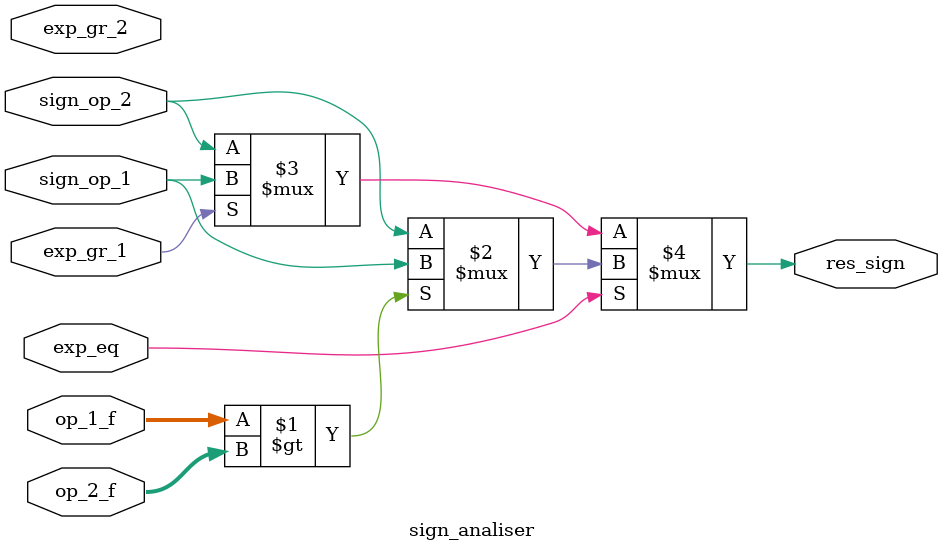
<source format=v>
module sign_analiser
(
    input wire sign_op_1,
    input wire sign_op_2,

    input wire exp_gr_1,
    input wire exp_gr_2,
    input wire exp_eq,

    input wire [22:0] op_1_f,
    input wire [22:0] op_2_f,

    output wire res_sign
);

assign res_sign = (exp_eq)? ((op_1_f > op_2_f)? sign_op_1: sign_op_2): ((exp_gr_1)? sign_op_1: sign_op_2); 

endmodule
</source>
